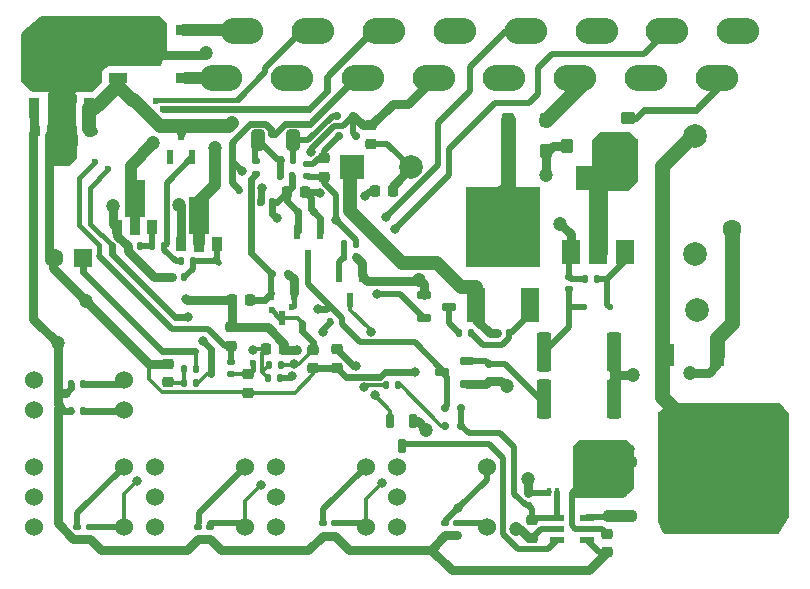
<source format=gbr>
%TF.GenerationSoftware,KiCad,Pcbnew,7.0.2*%
%TF.CreationDate,2024-12-05T18:12:45+09:00*%
%TF.ProjectId,YZ_CDI_PROT_V1,595a5f43-4449-45f5-9052-4f545f56312e,rev?*%
%TF.SameCoordinates,Original*%
%TF.FileFunction,Copper,L2,Bot*%
%TF.FilePolarity,Positive*%
%FSLAX46Y46*%
G04 Gerber Fmt 4.6, Leading zero omitted, Abs format (unit mm)*
G04 Created by KiCad (PCBNEW 7.0.2) date 2024-12-05 18:12:45*
%MOMM*%
%LPD*%
G01*
G04 APERTURE LIST*
G04 Aperture macros list*
%AMRoundRect*
0 Rectangle with rounded corners*
0 $1 Rounding radius*
0 $2 $3 $4 $5 $6 $7 $8 $9 X,Y pos of 4 corners*
0 Add a 4 corners polygon primitive as box body*
4,1,4,$2,$3,$4,$5,$6,$7,$8,$9,$2,$3,0*
0 Add four circle primitives for the rounded corners*
1,1,$1+$1,$2,$3*
1,1,$1+$1,$4,$5*
1,1,$1+$1,$6,$7*
1,1,$1+$1,$8,$9*
0 Add four rect primitives between the rounded corners*
20,1,$1+$1,$2,$3,$4,$5,0*
20,1,$1+$1,$4,$5,$6,$7,0*
20,1,$1+$1,$6,$7,$8,$9,0*
20,1,$1+$1,$8,$9,$2,$3,0*%
%AMFreePoly0*
4,1,9,3.862500,-0.866500,0.737500,-0.866500,0.737500,-0.450000,-0.737500,-0.450000,-0.737500,0.450000,0.737500,0.450000,0.737500,0.866500,3.862500,0.866500,3.862500,-0.866500,3.862500,-0.866500,$1*%
G04 Aperture macros list end*
%TA.AperFunction,ComponentPad*%
%ADD10C,2.000000*%
%TD*%
%TA.AperFunction,ComponentPad*%
%ADD11O,3.600000X2.200000*%
%TD*%
%TA.AperFunction,ComponentPad*%
%ADD12C,1.524000*%
%TD*%
%TA.AperFunction,ComponentPad*%
%ADD13R,2.000000X2.000000*%
%TD*%
%TA.AperFunction,ComponentPad*%
%ADD14R,1.600000X1.600000*%
%TD*%
%TA.AperFunction,ComponentPad*%
%ADD15C,1.600000*%
%TD*%
%TA.AperFunction,SMDPad,CuDef*%
%ADD16R,1.500000X3.000000*%
%TD*%
%TA.AperFunction,SMDPad,CuDef*%
%ADD17R,6.250000X6.800000*%
%TD*%
%TA.AperFunction,SMDPad,CuDef*%
%ADD18R,0.600000X1.300000*%
%TD*%
%TA.AperFunction,SMDPad,CuDef*%
%ADD19RoundRect,0.135000X0.185000X-0.135000X0.185000X0.135000X-0.185000X0.135000X-0.185000X-0.135000X0*%
%TD*%
%TA.AperFunction,SMDPad,CuDef*%
%ADD20RoundRect,0.135000X-0.185000X0.135000X-0.185000X-0.135000X0.185000X-0.135000X0.185000X0.135000X0*%
%TD*%
%TA.AperFunction,SMDPad,CuDef*%
%ADD21R,0.900000X1.300000*%
%TD*%
%TA.AperFunction,SMDPad,CuDef*%
%ADD22FreePoly0,90.000000*%
%TD*%
%TA.AperFunction,SMDPad,CuDef*%
%ADD23RoundRect,0.225000X0.225000X0.250000X-0.225000X0.250000X-0.225000X-0.250000X0.225000X-0.250000X0*%
%TD*%
%TA.AperFunction,SMDPad,CuDef*%
%ADD24RoundRect,0.135000X0.135000X0.185000X-0.135000X0.185000X-0.135000X-0.185000X0.135000X-0.185000X0*%
%TD*%
%TA.AperFunction,SMDPad,CuDef*%
%ADD25RoundRect,0.225000X-0.250000X0.225000X-0.250000X-0.225000X0.250000X-0.225000X0.250000X0.225000X0*%
%TD*%
%TA.AperFunction,SMDPad,CuDef*%
%ADD26RoundRect,0.073750X-0.531250X-0.221250X0.531250X-0.221250X0.531250X0.221250X-0.531250X0.221250X0*%
%TD*%
%TA.AperFunction,SMDPad,CuDef*%
%ADD27RoundRect,0.225000X-0.225000X-0.250000X0.225000X-0.250000X0.225000X0.250000X-0.225000X0.250000X0*%
%TD*%
%TA.AperFunction,SMDPad,CuDef*%
%ADD28RoundRect,0.135000X-0.135000X-0.185000X0.135000X-0.185000X0.135000X0.185000X-0.135000X0.185000X0*%
%TD*%
%TA.AperFunction,SMDPad,CuDef*%
%ADD29RoundRect,0.240000X1.175000X-0.240000X1.175000X0.240000X-1.175000X0.240000X-1.175000X-0.240000X0*%
%TD*%
%TA.AperFunction,SMDPad,CuDef*%
%ADD30RoundRect,0.281500X2.768500X-2.533500X2.768500X2.533500X-2.768500X2.533500X-2.768500X-2.533500X0*%
%TD*%
%TA.AperFunction,SMDPad,CuDef*%
%ADD31RoundRect,0.250000X0.362500X1.425000X-0.362500X1.425000X-0.362500X-1.425000X0.362500X-1.425000X0*%
%TD*%
%TA.AperFunction,SMDPad,CuDef*%
%ADD32R,0.950000X1.750000*%
%TD*%
%TA.AperFunction,SMDPad,CuDef*%
%ADD33R,3.200000X1.750000*%
%TD*%
%TA.AperFunction,SMDPad,CuDef*%
%ADD34R,0.400000X0.700000*%
%TD*%
%TA.AperFunction,SMDPad,CuDef*%
%ADD35RoundRect,0.150000X0.150000X0.200000X-0.150000X0.200000X-0.150000X-0.200000X0.150000X-0.200000X0*%
%TD*%
%TA.AperFunction,SMDPad,CuDef*%
%ADD36RoundRect,0.125000X-0.125000X-0.125000X0.125000X-0.125000X0.125000X0.125000X-0.125000X0.125000X0*%
%TD*%
%TA.AperFunction,SMDPad,CuDef*%
%ADD37RoundRect,0.227273X0.272727X0.397727X-0.272727X0.397727X-0.272727X-0.397727X0.272727X-0.397727X0*%
%TD*%
%TA.AperFunction,SMDPad,CuDef*%
%ADD38RoundRect,0.075000X0.540000X0.225000X-0.540000X0.225000X-0.540000X-0.225000X0.540000X-0.225000X0*%
%TD*%
%TA.AperFunction,SMDPad,CuDef*%
%ADD39R,1.500000X0.900000*%
%TD*%
%TA.AperFunction,SMDPad,CuDef*%
%ADD40RoundRect,0.075000X-0.540000X-0.225000X0.540000X-0.225000X0.540000X0.225000X-0.540000X0.225000X0*%
%TD*%
%TA.AperFunction,SMDPad,CuDef*%
%ADD41RoundRect,0.150000X-0.150000X-0.200000X0.150000X-0.200000X0.150000X0.200000X-0.150000X0.200000X0*%
%TD*%
%TA.AperFunction,SMDPad,CuDef*%
%ADD42RoundRect,0.225000X0.250000X-0.225000X0.250000X0.225000X-0.250000X0.225000X-0.250000X-0.225000X0*%
%TD*%
%TA.AperFunction,SMDPad,CuDef*%
%ADD43RoundRect,0.075000X-0.225000X0.540000X-0.225000X-0.540000X0.225000X-0.540000X0.225000X0.540000X0*%
%TD*%
%TA.AperFunction,SMDPad,CuDef*%
%ADD44R,1.170000X1.920000*%
%TD*%
%TA.AperFunction,SMDPad,CuDef*%
%ADD45RoundRect,0.150000X0.200000X-0.150000X0.200000X0.150000X-0.200000X0.150000X-0.200000X-0.150000X0*%
%TD*%
%TA.AperFunction,SMDPad,CuDef*%
%ADD46RoundRect,0.227273X-0.272727X-0.397727X0.272727X-0.397727X0.272727X0.397727X-0.272727X0.397727X0*%
%TD*%
%TA.AperFunction,SMDPad,CuDef*%
%ADD47RoundRect,0.227273X-0.397727X0.272727X-0.397727X-0.272727X0.397727X-0.272727X0.397727X0.272727X0*%
%TD*%
%TA.AperFunction,SMDPad,CuDef*%
%ADD48R,1.500000X2.000000*%
%TD*%
%TA.AperFunction,SMDPad,CuDef*%
%ADD49R,3.800000X2.000000*%
%TD*%
%TA.AperFunction,SMDPad,CuDef*%
%ADD50RoundRect,0.250000X0.325000X0.650000X-0.325000X0.650000X-0.325000X-0.650000X0.325000X-0.650000X0*%
%TD*%
%TA.AperFunction,ViaPad*%
%ADD51C,0.800000*%
%TD*%
%TA.AperFunction,ViaPad*%
%ADD52C,1.200000*%
%TD*%
%TA.AperFunction,ViaPad*%
%ADD53C,0.600000*%
%TD*%
%TA.AperFunction,ViaPad*%
%ADD54C,1.600000*%
%TD*%
%TA.AperFunction,Conductor*%
%ADD55C,0.500000*%
%TD*%
%TA.AperFunction,Conductor*%
%ADD56C,0.800000*%
%TD*%
%TA.AperFunction,Conductor*%
%ADD57C,1.200000*%
%TD*%
%TA.AperFunction,Conductor*%
%ADD58C,0.600000*%
%TD*%
%TA.AperFunction,Conductor*%
%ADD59C,0.350000*%
%TD*%
%TA.AperFunction,Conductor*%
%ADD60C,1.300000*%
%TD*%
%TA.AperFunction,Conductor*%
%ADD61C,1.000000*%
%TD*%
%TA.AperFunction,Conductor*%
%ADD62C,1.600000*%
%TD*%
%TA.AperFunction,Conductor*%
%ADD63C,0.400000*%
%TD*%
G04 APERTURE END LIST*
D10*
%TO.P,C51,1*%
%TO.N,/OR*%
X-3300000Y63850000D03*
%TO.P,C51,2*%
%TO.N,/CAP+*%
X-3300000Y53850000D03*
%TD*%
%TO.P,C50,1*%
%TO.N,/OR*%
X-3500000Y68650000D03*
%TO.P,C50,2*%
%TO.N,/CAP+*%
X-3500000Y78650000D03*
%TD*%
D11*
%TO.P,CN1,1,BW_KILL*%
%TO.N,/BW*%
X-1600000Y83500000D03*
%TO.P,CN1,2,BR_CHG1*%
%TO.N,/BR*%
X-7600000Y83500000D03*
%TO.P,CN1,3,R_SOL*%
%TO.N,/R*%
X-13600000Y83500000D03*
%TO.P,CN1,4,B_GND*%
%TO.N,GND*%
X-19600000Y83500000D03*
%TO.P,CN1,5,WL_PU*%
%TO.N,/WL*%
X-25600000Y83500000D03*
%TO.P,CN1,6,L_TPS_REF+*%
%TO.N,+5V*%
X-31600000Y83500000D03*
%TO.P,CN1,7,BL_TPS_GND*%
%TO.N,GND*%
X-37600000Y83500000D03*
%TO.P,CN1,8,GL_CHG2-*%
%TO.N,/GL*%
X-43600000Y83500000D03*
%TO.P,CN1,9,GW_CHG2-*%
%TO.N,/GW*%
X-41800000Y87500000D03*
%TO.P,CN1,10,Y_TPS_IN*%
%TO.N,/Y*%
X-35800000Y87500000D03*
%TO.P,CN1,11,Vpp*%
%TO.N,/VPP*%
X-29800000Y87500000D03*
%TO.P,CN1,12,WR_PU_GND*%
%TO.N,GND*%
X-23800000Y87500000D03*
%TO.P,CN1,13,PGD*%
%TO.N,/PGD*%
X-17800000Y87500000D03*
%TO.P,CN1,14,SB_NW_SW*%
%TO.N,unconnected-(CN1-SB_NW_SW-Pad14)*%
X-11800000Y87500000D03*
%TO.P,CN1,15,PGC*%
%TO.N,/PGC*%
X-5800000Y87500000D03*
%TO.P,CN1,16,OR_IG*%
%TO.N,/OR*%
X200000Y87500000D03*
%TD*%
D12*
%TO.P,SW2,1,1*%
%TO.N,Net-(IC1-RC6)*%
X-41600000Y50580000D03*
%TO.P,SW2,2,2*%
%TO.N,Net-(IC1-RC7)*%
X-41600000Y45500000D03*
%TO.P,SW2,3,COMMON*%
%TO.N,GND*%
X-49220000Y48040000D03*
%TO.P,SW2,4,4*%
%TO.N,unconnected-(SW2-Pad4)*%
X-49220000Y50580000D03*
%TO.P,SW2,8,8*%
%TO.N,unconnected-(SW2-Pad8)*%
X-49220000Y45500000D03*
%TD*%
%TO.P,SW1,1,1*%
%TO.N,Net-(IC1-RC4)*%
X-51800000Y50630000D03*
%TO.P,SW1,2,2*%
%TO.N,Net-(IC1-RC3)*%
X-51800000Y45550000D03*
%TO.P,SW1,3,COMMON*%
%TO.N,GND*%
X-59420000Y48090000D03*
%TO.P,SW1,4,4*%
%TO.N,unconnected-(SW1-Pad4)*%
X-59420000Y50630000D03*
%TO.P,SW1,8,8*%
%TO.N,unconnected-(SW1-Pad8)*%
X-59420000Y45550000D03*
%TD*%
%TO.P,SW5,1*%
%TO.N,/PWJ_SEL*%
X-51790000Y55430000D03*
%TO.P,SW5,2*%
%TO.N,/REV_LIMIT_SEL*%
X-51790000Y57970000D03*
%TO.P,SW5,3*%
%TO.N,GND*%
X-59410000Y57970000D03*
%TO.P,SW5,4*%
X-59410000Y55430000D03*
%TD*%
%TO.P,SW3,1,1*%
%TO.N,Net-(IC1-RB7)*%
X-31350000Y50630000D03*
%TO.P,SW3,2,2*%
%TO.N,Net-(IC1-RB6)*%
X-31350000Y45550000D03*
%TO.P,SW3,3,COMMON*%
%TO.N,GND*%
X-38970000Y48090000D03*
%TO.P,SW3,4,4*%
%TO.N,unconnected-(SW3-Pad4)*%
X-38970000Y50630000D03*
%TO.P,SW3,8,8*%
%TO.N,unconnected-(SW3-Pad8)*%
X-38970000Y45550000D03*
%TD*%
D13*
%TO.P,C10,1*%
%TO.N,+12V*%
X-32500000Y75950000D03*
D10*
%TO.P,C10,2*%
%TO.N,GND*%
X-27500000Y75950000D03*
%TD*%
D14*
%TO.P,C21,1*%
%TO.N,+5V*%
X-55250000Y68300000D03*
D15*
%TO.P,C21,2*%
%TO.N,GND*%
X-57750000Y68300000D03*
%TD*%
D12*
%TO.P,SW4,1,1*%
%TO.N,Net-(IC1-RB5)*%
X-21100000Y50630000D03*
%TO.P,SW4,2,2*%
%TO.N,Net-(IC1-RB4)*%
X-21100000Y45550000D03*
%TO.P,SW4,3,COMMON*%
%TO.N,GND*%
X-28720000Y48090000D03*
%TO.P,SW4,4,4*%
%TO.N,unconnected-(SW4-Pad4)*%
X-28720000Y50630000D03*
%TO.P,SW4,8,8*%
%TO.N,unconnected-(SW4-Pad8)*%
X-28720000Y45550000D03*
%TD*%
D16*
%TO.P,TR12,1,G*%
%TO.N,Net-(TR12-G)*%
X-17415000Y64350000D03*
%TO.P,TR12,3,S*%
%TO.N,+12V*%
X-21985000Y64350000D03*
D17*
%TO.P,TR12,4,D*%
%TO.N,Net-(D16-K)*%
X-19700000Y70950000D03*
%TD*%
D18*
%TO.P,TR3,1,B*%
%TO.N,Net-(TR3-B)*%
X-33600000Y66850000D03*
%TO.P,TR3,2,E*%
%TO.N,GND*%
X-31700000Y66850000D03*
%TO.P,TR3,3,C*%
%TO.N,/MCU_PU1IN*%
X-32650000Y64750000D03*
%TD*%
D19*
%TO.P,R16,1*%
%TO.N,Net-(D10-K)*%
X-17600000Y47340000D03*
%TO.P,R16,2*%
%TO.N,GND*%
X-17600000Y48360000D03*
%TD*%
D20*
%TO.P,R38,1*%
%TO.N,Net-(IC1-RB7)*%
X-34950000Y45810000D03*
%TO.P,R38,2*%
%TO.N,+5V*%
X-34950000Y44790000D03*
%TD*%
D21*
%TO.P,Q1,1,G*%
%TO.N,Net-(Q1-G)*%
X-43950000Y69500000D03*
D22*
%TO.P,Q1,2,D*%
%TO.N,/GL*%
X-45450000Y69587500D03*
D21*
%TO.P,Q1,3,S*%
%TO.N,GND*%
X-46950000Y69500000D03*
%TD*%
D23*
%TO.P,C8,1*%
%TO.N,+12V*%
X-54650000Y79050000D03*
%TO.P,C8,2*%
%TO.N,GND*%
X-56200000Y79050000D03*
%TD*%
D24*
%TO.P,R7,1*%
%TO.N,Net-(D9-A)*%
X-37490000Y76550000D03*
%TO.P,R7,2*%
%TO.N,Net-(C1-Pad2)*%
X-38510000Y76550000D03*
%TD*%
D25*
%TO.P,C6,1*%
%TO.N,/MCU_TPSIN*%
X-41300000Y58425000D03*
%TO.P,C6,2*%
%TO.N,GND*%
X-41300000Y56875000D03*
%TD*%
D26*
%TO.P,IC3,1,EN*%
%TO.N,Net-(IC3-EN)*%
X-15155000Y44400000D03*
%TO.P,IC3,2,GND*%
%TO.N,GND*%
X-15155000Y45350000D03*
%TO.P,IC3,3,IN+*%
%TO.N,Net-(D10-K)*%
X-15155000Y46300000D03*
%TO.P,IC3,4,OUT*%
%TO.N,Net-(IC3-OUT)*%
X-12645000Y46300000D03*
%TO.P,IC3,5,VDD*%
%TO.N,+5V*%
X-12645000Y44400000D03*
%TD*%
D19*
%TO.P,R33,1*%
%TO.N,+5V*%
X-44550000Y44510000D03*
%TO.P,R33,2*%
%TO.N,Net-(IC1-RC7)*%
X-44550000Y45530000D03*
%TD*%
D25*
%TO.P,C43,1*%
%TO.N,/WL*%
X-30900000Y79525000D03*
%TO.P,C43,2*%
%TO.N,GND*%
X-30900000Y77975000D03*
%TD*%
D27*
%TO.P,C18,1*%
%TO.N,Net-(C18-Pad1)*%
X-30575000Y73950000D03*
%TO.P,C18,2*%
%TO.N,GND*%
X-29025000Y73950000D03*
%TD*%
D28*
%TO.P,R61,1*%
%TO.N,Net-(DZ2-A)*%
X-47020000Y68000000D03*
%TO.P,R61,2*%
%TO.N,Net-(Q1-G)*%
X-46000000Y68000000D03*
%TD*%
%TO.P,R9,1*%
%TO.N,Net-(C1-Pad2)*%
X-38620000Y75250000D03*
%TO.P,R9,2*%
%TO.N,Net-(D14-K)*%
X-37600000Y75250000D03*
%TD*%
D29*
%TO.P,Q3,1,G*%
%TO.N,Net-(IC3-OUT)*%
X-9840000Y46464000D03*
D30*
%TO.P,Q3,2,D*%
%TO.N,/CAP+*%
X-3190000Y48750000D03*
D29*
%TO.P,Q3,3,S*%
%TO.N,GND*%
X-9840000Y51036000D03*
%TD*%
D31*
%TO.P,R1,1*%
%TO.N,/CHG*%
X-10300000Y60350000D03*
%TO.P,R1,2*%
%TO.N,Net-(D15-K)*%
X-16225000Y60350000D03*
%TD*%
D25*
%TO.P,C5,1*%
%TO.N,Net-(D5-K)*%
X-34900000Y76725000D03*
%TO.P,C5,2*%
%TO.N,Net-(C18-Pad1)*%
X-34900000Y75175000D03*
%TD*%
D28*
%TO.P,R8,1*%
%TO.N,+5V*%
X-40260000Y73050000D03*
%TO.P,R8,2*%
%TO.N,Net-(D14-K)*%
X-39240000Y73050000D03*
%TD*%
%TO.P,R18,1*%
%TO.N,+5V*%
X-34410000Y62850000D03*
%TO.P,R18,2*%
%TO.N,Net-(D10-A)*%
X-33390000Y62850000D03*
%TD*%
D24*
%TO.P,R62,1*%
%TO.N,Net-(DZ2-A)*%
X-48390000Y69300000D03*
%TO.P,R62,2*%
%TO.N,Net-(Q2-G)*%
X-49410000Y69300000D03*
%TD*%
D28*
%TO.P,R23,1*%
%TO.N,+5V*%
X-39510000Y59250000D03*
%TO.P,R23,2*%
%TO.N,/MCU_PU2IN*%
X-38490000Y59250000D03*
%TD*%
D24*
%TO.P,R12,1*%
%TO.N,+5V*%
X-45690000Y58900000D03*
%TO.P,R12,2*%
%TO.N,Net-(C4-Pad1)*%
X-46710000Y58900000D03*
%TD*%
D32*
%TO.P,IC2,1,IN*%
%TO.N,+12V*%
X-54800000Y81000000D03*
%TO.P,IC2,2,GND_1*%
%TO.N,GND*%
X-57100000Y81000000D03*
%TO.P,IC2,3,OUT*%
%TO.N,+5V*%
X-59400000Y81000000D03*
D33*
%TO.P,IC2,4,GND_2*%
%TO.N,GND*%
X-57100000Y87300000D03*
%TD*%
D34*
%TO.P,D12,1,1*%
%TO.N,GND*%
X-15850000Y48450000D03*
%TO.P,D12,2,2*%
%TO.N,Net-(D10-K)*%
X-15150000Y48450000D03*
%TD*%
D20*
%TO.P,R6,1*%
%TO.N,Net-(C1-Pad2)*%
X-40600000Y76460000D03*
%TO.P,R6,2*%
%TO.N,Net-(D13-K)*%
X-40600000Y75440000D03*
%TD*%
D35*
%TO.P,D14,1,K*%
%TO.N,Net-(D14-K)*%
X-37100000Y72150000D03*
%TO.P,D14,2,A*%
%TO.N,GND*%
X-35700000Y72150000D03*
%TD*%
D19*
%TO.P,R35,1*%
%TO.N,+5V*%
X-23600000Y44800000D03*
%TO.P,R35,2*%
%TO.N,Net-(IC1-RB4)*%
X-23600000Y45820000D03*
%TD*%
D25*
%TO.P,C9,1*%
%TO.N,Net-(D10-K)*%
X-17300000Y46125000D03*
%TO.P,C9,2*%
%TO.N,GND*%
X-17300000Y44575000D03*
%TD*%
D36*
%TO.P,D15,1,K*%
%TO.N,Net-(D15-K)*%
X-12900000Y64150000D03*
%TO.P,D15,2,A*%
%TO.N,Net-(D15-A)*%
X-10700000Y64150000D03*
%TD*%
D35*
%TO.P,D13,1,K*%
%TO.N,Net-(D13-K)*%
X-39300000Y66950000D03*
%TO.P,D13,2,A*%
%TO.N,GND*%
X-37900000Y66950000D03*
%TD*%
D24*
%TO.P,R3,1*%
%TO.N,Net-(Q1-G)*%
X-46740000Y66650000D03*
%TO.P,R3,2*%
%TO.N,GND*%
X-47760000Y66650000D03*
%TD*%
D27*
%TO.P,C3,1*%
%TO.N,+5V*%
X-39775000Y60550000D03*
%TO.P,C3,2*%
%TO.N,GND*%
X-38225000Y60550000D03*
%TD*%
D28*
%TO.P,R5,1*%
%TO.N,+5V*%
X-42060000Y74050000D03*
%TO.P,R5,2*%
%TO.N,Net-(D13-K)*%
X-41040000Y74050000D03*
%TD*%
D37*
%TO.P,D17,1,K*%
%TO.N,/R*%
X-16080000Y79950000D03*
%TO.P,D17,2,A*%
%TO.N,Net-(D16-K)*%
X-19320000Y79950000D03*
%TD*%
D28*
%TO.P,R40,1*%
%TO.N,+5V*%
X-56310000Y55350000D03*
%TO.P,R40,2*%
%TO.N,/PWJ_SEL*%
X-55290000Y55350000D03*
%TD*%
D24*
%TO.P,R13,1*%
%TO.N,Net-(D15-A)*%
X-11790000Y66550000D03*
%TO.P,R13,2*%
%TO.N,GND*%
X-12810000Y66550000D03*
%TD*%
D38*
%TO.P,TR7,1,B*%
%TO.N,Net-(D8-K)*%
X-22730000Y59550000D03*
%TO.P,TR7,2,E*%
%TO.N,GND*%
X-22730000Y57650000D03*
%TO.P,TR7,3,C*%
%TO.N,Net-(D10-A)*%
X-24850000Y58600000D03*
%TD*%
D20*
%TO.P,R37,1*%
%TO.N,Net-(IC1-RC6)*%
X-45550000Y45520000D03*
%TO.P,R37,2*%
%TO.N,+5V*%
X-45550000Y44500000D03*
%TD*%
D24*
%TO.P,R15,1*%
%TO.N,Net-(TR12-G)*%
X-22390000Y61900000D03*
%TO.P,R15,2*%
%TO.N,Net-(TR1-C)*%
X-23410000Y61900000D03*
%TD*%
D35*
%TO.P,D5,1,K*%
%TO.N,Net-(D5-K)*%
X-33600000Y78650000D03*
%TO.P,D5,2,A*%
%TO.N,/WL*%
X-32200000Y78650000D03*
%TD*%
D25*
%TO.P,C13,1*%
%TO.N,/MCU_PU2IN*%
X-35800000Y60525000D03*
%TO.P,C13,2*%
%TO.N,GND*%
X-35800000Y58975000D03*
%TD*%
D39*
%TO.P,D6,+*%
%TO.N,+12V*%
X-52360000Y83500000D03*
%TO.P,D6,-*%
%TO.N,GND*%
X-52360000Y87600000D03*
%TO.P,D6,AC1*%
%TO.N,/GL*%
X-46640000Y83500000D03*
%TO.P,D6,AC2*%
%TO.N,/GW*%
X-46640000Y87600000D03*
%TD*%
D23*
%TO.P,C11,1*%
%TO.N,Net-(D13-K)*%
X-41125000Y64750000D03*
%TO.P,C11,2*%
%TO.N,GND*%
X-42675000Y64750000D03*
%TD*%
D40*
%TO.P,TR1,1,B*%
%TO.N,/PGD*%
X-26410000Y63212500D03*
%TO.P,TR1,2,E*%
%TO.N,GND*%
X-26410000Y65112500D03*
%TO.P,TR1,3,C*%
%TO.N,Net-(TR1-C)*%
X-24290000Y64162500D03*
%TD*%
D27*
%TO.P,C12,1*%
%TO.N,Net-(D14-K)*%
X-38050000Y73850000D03*
%TO.P,C12,2*%
%TO.N,GND*%
X-36500000Y73850000D03*
%TD*%
%TO.P,C14,1*%
%TO.N,+5V*%
X-59375000Y79050000D03*
%TO.P,C14,2*%
%TO.N,GND*%
X-57825000Y79050000D03*
%TD*%
D41*
%TO.P,D10,1,K*%
%TO.N,Net-(D10-K)*%
X-23250000Y55600000D03*
%TO.P,D10,2,A*%
%TO.N,Net-(D10-A)*%
X-24650000Y55600000D03*
%TD*%
D42*
%TO.P,C4,1*%
%TO.N,Net-(C4-Pad1)*%
X-48100000Y57775000D03*
%TO.P,C4,2*%
%TO.N,GND*%
X-48100000Y59325000D03*
%TD*%
D43*
%TO.P,TR2,1,B*%
%TO.N,/MCU_PU2DISABLE*%
X-29250000Y54460000D03*
%TO.P,TR2,2,E*%
%TO.N,GND*%
X-27350000Y54460000D03*
%TO.P,TR2,3,C*%
%TO.N,Net-(IC3-EN)*%
X-28300000Y52340000D03*
%TD*%
D44*
%TO.P,D2,A*%
%TO.N,/CHG*%
X-1575000Y60050000D03*
%TO.P,D2,C*%
%TO.N,/CAP+*%
X-5825000Y60050000D03*
%TD*%
D28*
%TO.P,R14,1*%
%TO.N,Net-(C4-Pad1)*%
X-46710000Y57700000D03*
%TO.P,R14,2*%
%TO.N,/VPP*%
X-45690000Y57700000D03*
%TD*%
D20*
%TO.P,R39,1*%
%TO.N,Net-(IC1-RB5)*%
X-24600000Y45820000D03*
%TO.P,R39,2*%
%TO.N,+5V*%
X-24600000Y44800000D03*
%TD*%
D18*
%TO.P,TR6,1,B*%
%TO.N,Net-(D14-K)*%
X-37150000Y70500000D03*
%TO.P,TR6,2,E*%
%TO.N,GND*%
X-35250000Y70500000D03*
%TO.P,TR6,3,C*%
%TO.N,Net-(D10-A)*%
X-36200000Y68400000D03*
%TD*%
D19*
%TO.P,R2,1*%
%TO.N,Net-(D15-K)*%
X-14100000Y65640000D03*
%TO.P,R2,2*%
%TO.N,GND*%
X-14100000Y66660000D03*
%TD*%
D24*
%TO.P,R4,1*%
%TO.N,Net-(Q2-G)*%
X-50490000Y69300000D03*
%TO.P,R4,2*%
%TO.N,GND*%
X-51510000Y69300000D03*
%TD*%
D21*
%TO.P,Q2,1,G*%
%TO.N,Net-(Q2-G)*%
X-49400000Y70900000D03*
D22*
%TO.P,Q2,2,D*%
%TO.N,/GW*%
X-50900000Y70987500D03*
D21*
%TO.P,Q2,3,S*%
%TO.N,GND*%
X-52400000Y70900000D03*
%TD*%
D45*
%TO.P,D8,1,K*%
%TO.N,Net-(D8-K)*%
X-20900000Y59300000D03*
%TO.P,D8,2,A*%
%TO.N,GND*%
X-20900000Y57900000D03*
%TD*%
D42*
%TO.P,C2,1*%
%TO.N,+5V*%
X-10900000Y43375000D03*
%TO.P,C2,2*%
%TO.N,GND*%
X-10900000Y44925000D03*
%TD*%
D46*
%TO.P,D16,1,K*%
%TO.N,Net-(D16-K)*%
X-19320000Y77350000D03*
%TO.P,D16,2,A*%
%TO.N,GND*%
X-16080000Y77350000D03*
%TD*%
D41*
%TO.P,D9,1,K*%
%TO.N,/WL*%
X-32400000Y80350000D03*
%TO.P,D9,2,A*%
%TO.N,Net-(D9-A)*%
X-33800000Y80350000D03*
%TD*%
D28*
%TO.P,R27,1*%
%TO.N,/MCU_IGOUT*%
X-29660000Y57500000D03*
%TO.P,R27,2*%
%TO.N,Net-(D7-A)*%
X-28640000Y57500000D03*
%TD*%
D19*
%TO.P,R19,1*%
%TO.N,/MCU_TPSIN*%
X-42750000Y58450000D03*
%TO.P,R19,2*%
%TO.N,/Y*%
X-42750000Y59470000D03*
%TD*%
D20*
%TO.P,R36,1*%
%TO.N,Net-(IC1-RC4)*%
X-55750000Y45550000D03*
%TO.P,R36,2*%
%TO.N,+5V*%
X-55750000Y44530000D03*
%TD*%
D41*
%TO.P,D7,1,K*%
%TO.N,Net-(D10-K)*%
X-23250000Y54100000D03*
%TO.P,D7,2,A*%
%TO.N,Net-(D7-A)*%
X-24650000Y54100000D03*
%TD*%
D18*
%TO.P,DZ2,1,A*%
%TO.N,Net-(DZ2-A)*%
X-46050000Y76800000D03*
%TO.P,DZ2,2,NON*%
%TO.N,unconnected-(DZ2-NON-Pad2)*%
X-47950000Y76800000D03*
%TO.P,DZ2,3,K*%
%TO.N,+12V*%
X-47000000Y78900000D03*
%TD*%
D28*
%TO.P,R31,1*%
%TO.N,+5V*%
X-39610000Y58150000D03*
%TO.P,R31,2*%
%TO.N,/MCU_PU1IN*%
X-38590000Y58150000D03*
%TD*%
D24*
%TO.P,R20,1*%
%TO.N,Net-(C18-Pad1)*%
X-32190000Y69450000D03*
%TO.P,R20,2*%
%TO.N,Net-(TR3-B)*%
X-33210000Y69450000D03*
%TD*%
D47*
%TO.P,D3,1,K*%
%TO.N,/BW*%
X-9100000Y80170000D03*
%TO.P,D3,2,A*%
%TO.N,/CHG*%
X-9100000Y76930000D03*
%TD*%
D25*
%TO.P,C17,1*%
%TO.N,/MCU_PU1IN*%
X-33800000Y60550000D03*
%TO.P,C17,2*%
%TO.N,GND*%
X-33800000Y59000000D03*
%TD*%
D31*
%TO.P,R22,1*%
%TO.N,/CHG*%
X-10300000Y56350000D03*
%TO.P,R22,2*%
%TO.N,Net-(D8-K)*%
X-16225000Y56350000D03*
%TD*%
D48*
%TO.P,Q4,1,G*%
%TO.N,Net-(D15-A)*%
X-9400000Y68800000D03*
%TO.P,Q4,2,D*%
%TO.N,/CHG*%
X-11700000Y68800000D03*
D49*
X-11700000Y75100000D03*
D48*
%TO.P,Q4,3,S*%
%TO.N,GND*%
X-14000000Y68800000D03*
%TD*%
D28*
%TO.P,R17,1*%
%TO.N,+12V*%
X-20210000Y61900000D03*
%TO.P,R17,2*%
%TO.N,Net-(TR12-G)*%
X-19190000Y61900000D03*
%TD*%
D18*
%TO.P,TR5,1,B*%
%TO.N,Net-(D13-K)*%
X-39350000Y65300000D03*
%TO.P,TR5,2,E*%
%TO.N,GND*%
X-37450000Y65300000D03*
%TO.P,TR5,3,C*%
%TO.N,/MCU_PU2IN*%
X-38400000Y63200000D03*
%TD*%
D24*
%TO.P,R24,1*%
%TO.N,GND*%
X-32190000Y68350000D03*
%TO.P,R24,2*%
%TO.N,Net-(TR3-B)*%
X-33210000Y68350000D03*
%TD*%
D50*
%TO.P,C1,1*%
%TO.N,Net-(D9-A)*%
X-37525000Y78250000D03*
%TO.P,C1,2*%
%TO.N,Net-(C1-Pad2)*%
X-40475000Y78250000D03*
%TD*%
D24*
%TO.P,R41,1*%
%TO.N,/REV_LIMIT_SEL*%
X-55290000Y57600000D03*
%TO.P,R41,2*%
%TO.N,+5V*%
X-56310000Y57600000D03*
%TD*%
D20*
%TO.P,R11,1*%
%TO.N,Net-(D5-K)*%
X-36300000Y76260000D03*
%TO.P,R11,2*%
%TO.N,Net-(C18-Pad1)*%
X-36300000Y75240000D03*
%TD*%
D19*
%TO.P,R34,1*%
%TO.N,+5V*%
X-33950000Y44790000D03*
%TO.P,R34,2*%
%TO.N,Net-(IC1-RB6)*%
X-33950000Y45810000D03*
%TD*%
D37*
%TO.P,D4,1,K*%
%TO.N,/CHG*%
X-11080000Y77750000D03*
%TO.P,D4,2,A*%
%TO.N,GND*%
X-14320000Y77750000D03*
%TD*%
D42*
%TO.P,C7,1*%
%TO.N,/Y*%
X-42750000Y60875000D03*
%TO.P,C7,2*%
%TO.N,GND*%
X-42750000Y62425000D03*
%TD*%
D19*
%TO.P,R32,1*%
%TO.N,+5V*%
X-54700000Y44530000D03*
%TO.P,R32,2*%
%TO.N,Net-(IC1-RC3)*%
X-54700000Y45550000D03*
%TD*%
D51*
%TO.N,/WL*%
X-35951469Y77301887D03*
D52*
%TO.N,+12V*%
X-42700000Y79700000D03*
D51*
%TO.N,+5V*%
X-41850000Y75650000D03*
D53*
X-45800002Y60450000D03*
D52*
X-57410000Y61060000D03*
D51*
X-40100000Y74250000D03*
X-35000000Y62050000D03*
X-40875001Y60524999D03*
D53*
%TO.N,/CAP+*%
X2900000Y46350000D03*
X3700000Y49850000D03*
X3700000Y51850000D03*
X2900000Y54350000D03*
X500000Y45850000D03*
X3700000Y50850000D03*
X2100000Y48850000D03*
X500000Y51850000D03*
X500000Y48850000D03*
X-1300000Y54550000D03*
X3700000Y52850000D03*
X2100000Y45850000D03*
X3700000Y45850000D03*
X1300000Y53350000D03*
X-1300000Y55550000D03*
X2100000Y46850000D03*
X500000Y50850000D03*
X3700000Y48850000D03*
X2100000Y49850000D03*
X2900000Y53350000D03*
X500000Y46850000D03*
X2900000Y49350000D03*
X2900000Y50350000D03*
X-500000Y52050000D03*
X3700000Y46850000D03*
X500000Y52850000D03*
X-2100000Y55050000D03*
X1300000Y47350000D03*
X1300000Y46350000D03*
X500000Y47850000D03*
X2100000Y47850000D03*
X2900000Y48350000D03*
X-1300000Y53550000D03*
X500000Y49850000D03*
X1300000Y51350000D03*
X-500000Y55050000D03*
X1300000Y49350000D03*
X2900000Y52350000D03*
X3700000Y47850000D03*
X-2100000Y52050000D03*
X1300000Y54350000D03*
X2900000Y47350000D03*
X-500000Y54050000D03*
X2900000Y45350000D03*
X1300000Y55350000D03*
X3700000Y54850000D03*
X2900000Y51350000D03*
X500000Y54850000D03*
X500000Y53850000D03*
X-2100000Y53050000D03*
X2100000Y51850000D03*
X2100000Y52850000D03*
X1300000Y48350000D03*
X-1300000Y52550000D03*
X2100000Y54850000D03*
X1300000Y50350000D03*
X2900000Y55350000D03*
X2100000Y50850000D03*
X-500000Y53050000D03*
X3700000Y53850000D03*
X2100000Y53850000D03*
X1300000Y52350000D03*
X1300000Y45350000D03*
D52*
%TO.N,/GL*%
X-44100001Y77599999D03*
%TO.N,/GW*%
X-49350000Y78000000D03*
D54*
%TO.N,/CHG*%
X-300000Y70750000D03*
D52*
X-9000000Y75350000D03*
X-3900000Y58550000D03*
X-8700001Y58350001D03*
%TO.N,GND*%
X-52700000Y72650000D03*
X-59100000Y84150000D03*
X-26800000Y66450002D03*
D51*
X-9100000Y49150000D03*
X-11100000Y52150000D03*
D52*
X-17600000Y49550000D03*
D51*
X-35200000Y73750000D03*
X-10100000Y49150000D03*
D52*
X-47116000Y72750000D03*
X-44850000Y85650000D03*
D51*
X-12100000Y49150000D03*
X-27200000Y58650000D03*
X-13100000Y49150000D03*
X-11600000Y48350000D03*
D52*
X-18620494Y45354006D03*
X-19400000Y57450000D03*
D53*
X-39650000Y62450000D03*
D52*
X-55000000Y64650000D03*
D51*
X-11100000Y49150000D03*
X-9600000Y48350000D03*
X-13100000Y50150000D03*
D53*
X-37550000Y64100000D03*
D52*
X-16100000Y75350000D03*
X-14900000Y71200000D03*
D51*
X-10600000Y49950000D03*
X-13100000Y52150000D03*
X-12100000Y51150000D03*
X-12100000Y50150000D03*
D52*
X-26200000Y53750000D03*
D51*
X-10000000Y52150000D03*
X-10600000Y48350000D03*
D52*
X-26800000Y66450000D03*
D51*
X-13100000Y51150000D03*
X-37200000Y60525000D03*
X-46600000Y64850000D03*
X-9000000Y52150000D03*
X-9600000Y49950000D03*
X-12100000Y52150000D03*
X-49700000Y88150000D03*
%TO.N,Net-(C18-Pad1)*%
X-31400000Y73550500D03*
X-33850000Y71500000D03*
%TO.N,Net-(D10-A)*%
X-35400000Y63950000D03*
%TO.N,/MCU_IGOUT*%
X-31472067Y57350500D03*
D53*
%TO.N,/VPP*%
X-48541592Y80882430D03*
X-53150000Y75800000D03*
D51*
X-46394086Y63305414D03*
D53*
X-44450000Y58500000D03*
D51*
X-45100000Y61250000D03*
%TO.N,/PGC*%
X-28900000Y70750000D03*
%TO.N,/PGD*%
X-29600000Y71750000D03*
X-30400000Y65250000D03*
D53*
%TO.N,/MCU_TPSIN*%
X-40899999Y59399999D03*
%TO.N,/Y*%
X-49100000Y81600000D03*
X-54300000Y76400000D03*
D51*
%TO.N,/MCU_PU2DISABLE*%
X-30600000Y56650000D03*
%TO.N,Net-(IC1-RC7)*%
X-40250000Y49050000D03*
%TO.N,Net-(IC1-RB6)*%
X-30000000Y49250000D03*
%TO.N,Net-(IC1-RB5)*%
X-23500000Y47130000D03*
%TO.N,Net-(IC1-RC3)*%
X-50700000Y49400000D03*
%TO.N,/MCU_PU1IN*%
X-37610155Y58260155D03*
X-32207533Y59149500D03*
X-30900000Y62050000D03*
D53*
%TO.N,/MCU_PU2IN*%
X-39300000Y63850000D03*
D51*
X-37400000Y59350000D03*
%TO.N,Net-(D14-K)*%
X-38850000Y71650000D03*
%TD*%
D55*
%TO.N,/WL*%
X-32400000Y80350000D02*
X-33300000Y79450000D01*
D56*
X-30900000Y79525000D02*
X-31575000Y79525000D01*
D55*
X-32400000Y80350000D02*
X-32400000Y78850000D01*
D56*
X-27750000Y81350000D02*
X-25600000Y83500000D01*
D55*
X-34020136Y79450000D02*
X-35951469Y77518667D01*
X-33300000Y79450000D02*
X-34020136Y79450000D01*
D56*
X-31575000Y79525000D02*
X-32400000Y80350000D01*
X-29075000Y81350000D02*
X-27750000Y81350000D01*
X-30900000Y79525000D02*
X-29075000Y81350000D01*
D55*
X-32400000Y78850000D02*
X-32200000Y78650000D01*
X-35951469Y77518667D02*
X-35951469Y77301887D01*
D57*
%TO.N,+12V*%
X-46650000Y79450000D02*
X-42950000Y79450000D01*
X-54250000Y81000000D02*
X-52360000Y82890000D01*
D56*
X-54800000Y81000000D02*
X-54250000Y81000000D01*
D57*
X-32700000Y72250000D02*
X-32700000Y75350000D01*
D56*
X-20210000Y61900000D02*
X-20850000Y61900000D01*
D57*
X-23285000Y65835000D02*
X-25300000Y67850000D01*
X-28300000Y67850000D02*
X-32700000Y72250000D01*
X-32700000Y75350000D02*
X-32100000Y75950000D01*
D56*
X-54800000Y79200000D02*
X-54650000Y79050000D01*
D57*
X-42950000Y79450000D02*
X-42700000Y79700000D01*
X-48750000Y79450000D02*
X-46650000Y79450000D01*
D56*
X-20850000Y61900000D02*
X-21985000Y63035000D01*
X-47000000Y78900000D02*
X-47000000Y79100000D01*
X-47000000Y79100000D02*
X-46650000Y79450000D01*
X-52360000Y82890000D02*
X-52360000Y83500000D01*
D57*
X-25300000Y67850000D02*
X-28300000Y67850000D01*
X-21985000Y65835000D02*
X-23285000Y65835000D01*
X-51000000Y81700000D02*
X-48750000Y79450000D01*
D56*
X-21985000Y64350000D02*
X-21985000Y65835000D01*
D57*
X-51170000Y81700000D02*
X-51000000Y81700000D01*
X-52360000Y82890000D02*
X-51170000Y81700000D01*
X-54800000Y81000000D02*
X-54800000Y79200000D01*
D56*
X-21985000Y63035000D02*
X-21985000Y64350000D01*
X-54650000Y79050000D02*
X-54400000Y79050000D01*
%TO.N,+5V*%
X-36190000Y43550000D02*
X-34950000Y44790000D01*
D58*
X-42700000Y74690000D02*
X-42060000Y74050000D01*
D56*
X-32760000Y43600000D02*
X-25800000Y43600000D01*
X-25800000Y43600000D02*
X-24050000Y41850000D01*
X-24600000Y44800000D02*
X-23600000Y44800000D01*
D59*
X-45690000Y58900000D02*
X-45690000Y60339998D01*
D56*
X-57410000Y61060000D02*
X-59500000Y63150000D01*
X-34950000Y44790000D02*
X-33950000Y44790000D01*
D58*
X-39400000Y78800499D02*
X-39400000Y79210660D01*
D56*
X-24050000Y41850000D02*
X-12425000Y41850000D01*
D59*
X-40100000Y60225000D02*
X-39775000Y60550000D01*
X-39775000Y60550000D02*
X-40750000Y60550000D01*
D56*
X-57360000Y56850000D02*
X-57410000Y56900000D01*
X-12425000Y41850000D02*
X-10900000Y43375000D01*
X-57410000Y56800000D02*
X-57410000Y55900000D01*
D58*
X-36069335Y79650000D02*
X-38160660Y79650000D01*
D56*
X-57410000Y56800000D02*
X-57410000Y56900000D01*
X-54700000Y44530000D02*
X-55750000Y44530000D01*
D58*
X-42700000Y76550000D02*
X-42700000Y76500000D01*
X-42700000Y78060660D02*
X-42700000Y76550000D01*
D56*
X-59500000Y63150000D02*
X-59500000Y74332380D01*
X-57410000Y55600000D02*
X-57410000Y45850553D01*
X-57410000Y45850553D02*
X-56089447Y44530000D01*
X-56089447Y44530000D02*
X-55750000Y44530000D01*
D59*
X-40750000Y60550000D02*
X-40775001Y60524999D01*
D58*
X-40230000Y74120000D02*
X-40230000Y73050000D01*
D59*
X-40100000Y58650000D02*
X-40100000Y60225000D01*
D56*
X-57260000Y55750000D02*
X-57410000Y55600000D01*
X-45550000Y44500000D02*
X-44560000Y44500000D01*
D58*
X-42700000Y76550000D02*
X-42700000Y74690000D01*
D59*
X-39510000Y59240000D02*
X-40100000Y58650000D01*
D56*
X-53720000Y43550000D02*
X-46500000Y43550000D01*
X-54700000Y44530000D02*
X-53720000Y43550000D01*
D55*
X-11620000Y43375000D02*
X-12645000Y44400000D01*
D59*
X-40775001Y60524999D02*
X-40875001Y60524999D01*
D56*
X-57410000Y55900000D02*
X-57260000Y55750000D01*
D58*
X-48600000Y60450000D02*
X-45800002Y60450000D01*
D56*
X-59400000Y81000000D02*
X-59400000Y79075000D01*
D58*
X-55250000Y68300000D02*
X-55250000Y67100000D01*
D56*
X-56710000Y56850000D02*
X-57360000Y56850000D01*
D58*
X-42455330Y78305330D02*
X-42700000Y78060660D01*
D56*
X-33950000Y44790000D02*
X-32760000Y43600000D01*
X-57410000Y56900000D02*
X-57410000Y61060000D01*
X-59517620Y78907380D02*
X-59517620Y74350000D01*
D58*
X-55250000Y67100000D02*
X-48600000Y60450000D01*
X-56310000Y57600000D02*
X-56310000Y57250000D01*
X-56310000Y55350000D02*
X-56860000Y55350000D01*
X-40100000Y74250000D02*
X-40230000Y74120000D01*
D56*
X-46500000Y43550000D02*
X-45550000Y44500000D01*
D58*
X-42700000Y76500000D02*
X-41850000Y75650000D01*
D59*
X-45690000Y60339998D02*
X-45800002Y60450000D01*
D58*
X-56860000Y55350000D02*
X-57260000Y55750000D01*
X-35000000Y62260000D02*
X-35000000Y62050000D01*
D59*
X-39610000Y58150000D02*
X-40100000Y58640000D01*
X-40100000Y58640000D02*
X-40100000Y58650000D01*
D58*
X-39010161Y78800499D02*
X-39400000Y78800499D01*
D56*
X-43590000Y43550000D02*
X-36190000Y43550000D01*
X-44550000Y44510000D02*
X-43590000Y43550000D01*
X-59500000Y74332380D02*
X-59517620Y74350000D01*
D58*
X-41110660Y79650000D02*
X-42455330Y78305330D01*
D55*
X-10900000Y43375000D02*
X-11620000Y43375000D01*
D58*
X-39839340Y79650000D02*
X-41110660Y79650000D01*
X-38160660Y79650000D02*
X-39010161Y78800499D01*
X-32219335Y83500000D02*
X-36069335Y79650000D01*
D56*
X-25800000Y43600000D02*
X-24600000Y44800000D01*
X-44560000Y44500000D02*
X-44550000Y44510000D01*
D58*
X-34410000Y62850000D02*
X-35000000Y62260000D01*
X-39400000Y79210660D02*
X-39839340Y79650000D01*
X-56310000Y57250000D02*
X-56710000Y56850000D01*
D56*
X-59375000Y79050000D02*
X-59517620Y78907380D01*
D60*
%TO.N,/CAP+*%
X-3400000Y48650000D02*
X-3400000Y53642500D01*
X-6300000Y76042500D02*
X-6300000Y56542500D01*
X-6300000Y56542500D02*
X-3550000Y53792500D01*
X-3550000Y78792500D02*
X-6300000Y76042500D01*
D58*
%TO.N,/BW*%
X-8480000Y80170000D02*
X-9100000Y80170000D01*
X-3400000Y80850000D02*
X-7800000Y80850000D01*
X-7800000Y80850000D02*
X-8480000Y80170000D01*
X-500000Y83750000D02*
X-3400000Y80850000D01*
D61*
%TO.N,/GL*%
X-45450000Y69587500D02*
X-45450000Y73100000D01*
X-45450000Y73100000D02*
X-44100000Y74450000D01*
X-44100000Y74450000D02*
X-44100001Y77599999D01*
X-43650000Y83550000D02*
X-46590000Y83550000D01*
%TO.N,/GW*%
X-41850000Y87550000D02*
X-46690000Y87550000D01*
X-51250000Y72487500D02*
X-51250000Y76100000D01*
X-51250000Y76100000D02*
X-49350000Y78000000D01*
D60*
%TO.N,/CHG*%
X-1575000Y60050000D02*
X-1575000Y61475000D01*
D58*
X-11080000Y75787500D02*
X-11080000Y77750000D01*
D62*
X-11700000Y75100000D02*
X-11700000Y68800000D01*
D56*
X-10300000Y58150000D02*
X-10300000Y56750000D01*
D60*
X-300000Y62750000D02*
X-300000Y70750000D01*
D56*
X-10300000Y60750000D02*
X-10300000Y58150000D01*
X-1575000Y59275000D02*
X-2300000Y58550000D01*
X-10300000Y58150000D02*
X-10100000Y58350000D01*
D60*
X-1575000Y61475000D02*
X-300000Y62750000D01*
D56*
X-10100000Y58350000D02*
X-8700001Y58350001D01*
X-1575000Y60050000D02*
X-1575000Y59275000D01*
X-2300000Y58550000D02*
X-3900000Y58550000D01*
D58*
X-11080000Y77750000D02*
X-10260000Y76930000D01*
X-10260000Y76930000D02*
X-9100000Y76930000D01*
D55*
%TO.N,Net-(IC3-OUT)*%
X-12581000Y46364000D02*
X-12645000Y46300000D01*
X-10050000Y46364000D02*
X-12581000Y46364000D01*
D58*
%TO.N,GND*%
X-36000000Y72450000D02*
X-35700000Y72150000D01*
D56*
X-45000000Y85500000D02*
X-44850000Y85650000D01*
X-46950000Y72584000D02*
X-47116000Y72750000D01*
X-32190000Y68350000D02*
X-31700000Y67860000D01*
D58*
X-35300000Y73850000D02*
X-35200000Y73750000D01*
D56*
X-57825000Y79050000D02*
X-58150000Y78725000D01*
X-20900000Y57900000D02*
X-21200000Y57600000D01*
D58*
X-33050000Y58250000D02*
X-30128026Y58250000D01*
D55*
X-29525000Y77975000D02*
X-27500000Y75950000D01*
D58*
X-30128026Y58250000D02*
X-29728026Y58650000D01*
D56*
X-56925000Y79775000D02*
X-56200000Y79050000D01*
X-57100000Y81000000D02*
X-57100000Y79775000D01*
X-57750000Y68300000D02*
X-57800000Y68250000D01*
D55*
X-14100000Y66660000D02*
X-14100000Y68700000D01*
X-13990000Y66550000D02*
X-14100000Y66660000D01*
X-13600000Y45350000D02*
X-13900000Y45650000D01*
D56*
X-31200000Y66350000D02*
X-26900002Y66350000D01*
X-52700000Y71200000D02*
X-52400000Y70900000D01*
X-20900000Y57900000D02*
X-19850000Y57900000D01*
D55*
X-11325000Y45350000D02*
X-13600000Y45350000D01*
D56*
X-57100000Y79775000D02*
X-57825000Y79050000D01*
X-52700000Y72650000D02*
X-52700000Y71200000D01*
D58*
X-35250000Y70500000D02*
X-35250000Y71700000D01*
D56*
X-15482500Y77750000D02*
X-14320000Y77750000D01*
D59*
X-49675000Y58025000D02*
X-49675000Y59325000D01*
D56*
X-11514000Y50936000D02*
X-10050000Y50936000D01*
X-19850000Y57900000D02*
X-19400000Y57450000D01*
D58*
X-36500000Y73850000D02*
X-35300000Y73850000D01*
D56*
X-38225000Y61025000D02*
X-38225000Y60550000D01*
X-51510000Y69300000D02*
X-52400000Y70190000D01*
D58*
X-36500000Y73850000D02*
X-36000000Y73350000D01*
D56*
X-27350000Y54460000D02*
X-26910000Y54460000D01*
X-57800000Y68250000D02*
X-57800000Y67450000D01*
X-16080000Y77350000D02*
X-15882500Y77350000D01*
D55*
X-15940000Y48360000D02*
X-15850000Y48450000D01*
X-12810000Y66550000D02*
X-13990000Y66550000D01*
D56*
X-18307224Y45354006D02*
X-17528218Y44575000D01*
X-16080000Y77350000D02*
X-16080000Y75370000D01*
X-18620494Y45354006D02*
X-18307224Y45354006D01*
D58*
X-33800000Y59000000D02*
X-35775000Y59000000D01*
D56*
X-47760000Y66650000D02*
X-49250000Y66650000D01*
D55*
X-17300000Y44575000D02*
X-16525000Y45350000D01*
D56*
X-42675000Y64750000D02*
X-46500000Y64750000D01*
X-14000000Y68800000D02*
X-14000000Y70300000D01*
D58*
X-29728026Y58650000D02*
X-27200000Y58650000D01*
D56*
X-26900002Y66350000D02*
X-26800000Y66450002D01*
X-50660000Y85500000D02*
X-45000000Y85500000D01*
X-55000000Y64650000D02*
X-49675000Y59325000D01*
X-39650000Y62450000D02*
X-38225000Y61025000D01*
X-29025000Y73950000D02*
X-29025000Y74425000D01*
D63*
X-37450000Y64200000D02*
X-37550000Y64100000D01*
D56*
X-42675000Y64750000D02*
X-42675000Y62500000D01*
X-57800000Y67450000D02*
X-55000000Y64650000D01*
X-46500000Y64750000D02*
X-46600000Y64850000D01*
X-15882500Y77350000D02*
X-15482500Y77750000D01*
D59*
X-41300000Y56875000D02*
X-37375000Y56875000D01*
D56*
X-52400000Y70190000D02*
X-52400000Y70900000D01*
X-21200000Y57600000D02*
X-22680000Y57600000D01*
D58*
X-33800000Y59000000D02*
X-33050000Y58250000D01*
D56*
X-37450000Y66500000D02*
X-37450000Y65300000D01*
X-17528218Y44575000D02*
X-17300000Y44575000D01*
X-38200000Y60525000D02*
X-37200000Y60525000D01*
D59*
X-48600000Y56950000D02*
X-49675000Y58025000D01*
D60*
X-10050000Y50936000D02*
X-10486000Y50936000D01*
D56*
X-17600000Y48360000D02*
X-17600000Y49550000D01*
X-16080000Y75370000D02*
X-16100000Y75350000D01*
X-46950000Y69500000D02*
X-46950000Y72584000D01*
X-22680000Y57600000D02*
X-22730000Y57650000D01*
X-58150000Y78725000D02*
X-58150000Y68700000D01*
D55*
X-10900000Y44925000D02*
X-11325000Y45350000D01*
D58*
X-35250000Y71700000D02*
X-35700000Y72150000D01*
D56*
X-58150000Y68700000D02*
X-57750000Y68300000D01*
X-52560000Y87400000D02*
X-50660000Y85500000D01*
D59*
X-41375000Y56950000D02*
X-48600000Y56950000D01*
D55*
X-13900000Y48350000D02*
X-13100000Y49150000D01*
X-13900000Y45650000D02*
X-13900000Y48350000D01*
D56*
X-51510000Y68910000D02*
X-51510000Y69300000D01*
X-49250000Y66650000D02*
X-51510000Y68910000D01*
X-13350000Y49100000D02*
X-11514000Y50936000D01*
X-14000000Y70300000D02*
X-14900000Y71200000D01*
D55*
X-17600000Y48360000D02*
X-15940000Y48360000D01*
D56*
X-42675000Y62500000D02*
X-42725000Y62450000D01*
X-29025000Y74425000D02*
X-27500000Y75950000D01*
D63*
X-37450000Y65300000D02*
X-37450000Y64200000D01*
D56*
X-49675000Y59325000D02*
X-48100000Y59325000D01*
X-31700000Y66850000D02*
X-31200000Y66350000D01*
X-42725000Y62450000D02*
X-39650000Y62450000D01*
X-26910000Y54460000D02*
X-26200000Y53750000D01*
X-31700000Y67860000D02*
X-31700000Y66850000D01*
X-26410000Y65112500D02*
X-26410000Y66060000D01*
D59*
X-35800000Y58450000D02*
X-35800000Y58975000D01*
D55*
X-16525000Y45350000D02*
X-15155000Y45350000D01*
D59*
X-37375000Y56875000D02*
X-35800000Y58450000D01*
D56*
X-26410000Y66060000D02*
X-26800000Y66450000D01*
D58*
X-36000000Y73350000D02*
X-36000000Y72450000D01*
D56*
X-37900000Y66950000D02*
X-37450000Y66500000D01*
X-57100000Y79775000D02*
X-56925000Y79775000D01*
D55*
X-30900000Y77975000D02*
X-29525000Y77975000D01*
D60*
%TO.N,/R*%
X-12500000Y83530000D02*
X-16080000Y79950000D01*
D55*
%TO.N,Net-(DZ2-A)*%
X-48200000Y69490000D02*
X-48390000Y69300000D01*
X-46050000Y76800000D02*
X-48200000Y74650000D01*
X-48390000Y68940000D02*
X-48390000Y69300000D01*
X-47450000Y68000000D02*
X-48390000Y68940000D01*
X-48200000Y74650000D02*
X-48200000Y69490000D01*
X-47020000Y68000000D02*
X-47450000Y68000000D01*
%TO.N,Net-(D9-A)*%
X-37525000Y78250000D02*
X-37525000Y76585000D01*
X-34109380Y80350000D02*
X-33800000Y80350000D01*
X-36209380Y78250000D02*
X-34109380Y80350000D01*
X-37525000Y76585000D02*
X-37490000Y76550000D01*
X-37525000Y78250000D02*
X-36209380Y78250000D01*
D58*
%TO.N,Net-(C1-Pad2)*%
X-38620000Y76440000D02*
X-38510000Y76550000D01*
D55*
X-38510000Y76341342D02*
X-38510000Y76550000D01*
X-38775000Y76550000D02*
X-40475000Y78250000D01*
D58*
X-38620000Y75250000D02*
X-38620000Y76440000D01*
D55*
X-40700000Y76560000D02*
X-40600000Y76460000D01*
X-40700000Y78025000D02*
X-40700000Y76560000D01*
X-38510000Y76550000D02*
X-38775000Y76550000D01*
%TO.N,Net-(D5-K)*%
X-34900000Y76725000D02*
X-34900000Y77350000D01*
X-36300000Y76260000D02*
X-35790000Y76260000D01*
X-35325000Y76725000D02*
X-34900000Y76725000D01*
X-34900000Y77350000D02*
X-33600000Y78650000D01*
X-35790000Y76260000D02*
X-35325000Y76725000D01*
D60*
%TO.N,Net-(D16-K)*%
X-19320000Y79950000D02*
X-19320000Y77350000D01*
X-19320000Y74330000D02*
X-20200000Y73450000D01*
X-19320000Y77350000D02*
X-19320000Y74330000D01*
D55*
%TO.N,Net-(Q1-G)*%
X-43950000Y69500000D02*
X-43950000Y68250000D01*
X-46000000Y68000000D02*
X-46000000Y67390000D01*
X-43950000Y68060000D02*
X-43740000Y67850000D01*
X-46000000Y68000000D02*
X-44200000Y68000000D01*
X-44200000Y68000000D02*
X-43950000Y68250000D01*
X-43950000Y68250000D02*
X-43950000Y68060000D01*
X-46000000Y67390000D02*
X-46740000Y66650000D01*
%TO.N,Net-(Q2-G)*%
X-49410000Y70890000D02*
X-49400000Y70900000D01*
X-50490000Y69300000D02*
X-49410000Y69300000D01*
X-49410000Y69300000D02*
X-49410000Y70890000D01*
%TO.N,Net-(D8-K)*%
X-19550000Y59300000D02*
X-16600000Y56350000D01*
X-21150000Y59550000D02*
X-20900000Y59300000D01*
X-20900000Y59300000D02*
X-19550000Y59300000D01*
X-16600000Y56350000D02*
X-16225000Y56350000D01*
X-22730000Y59550000D02*
X-21150000Y59550000D01*
%TO.N,Net-(C18-Pad1)*%
X-34900000Y75175000D02*
X-34900000Y74651375D01*
X-32190000Y69840000D02*
X-33850000Y71500000D01*
X-34900000Y75175000D02*
X-36235000Y75175000D01*
X-30575000Y73950000D02*
X-31000500Y73950000D01*
X-36235000Y75175000D02*
X-36300000Y75240000D01*
X-33850000Y73601375D02*
X-33850000Y71500000D01*
X-31000500Y73950000D02*
X-31400000Y73550500D01*
X-32190000Y69450000D02*
X-32190000Y69840000D01*
X-34900000Y74651375D02*
X-33850000Y73601375D01*
%TO.N,Net-(D10-K)*%
X-17600000Y47340000D02*
X-17800000Y47340000D01*
X-15150000Y48450000D02*
X-15150000Y46305000D01*
X-18800000Y48340000D02*
X-18800000Y52250000D01*
X-17800000Y47340000D02*
X-18800000Y48340000D01*
X-22600000Y53450000D02*
X-23250000Y54100000D01*
X-17300000Y46125000D02*
X-17300000Y47040000D01*
X-20000000Y53450000D02*
X-22600000Y53450000D01*
X-23250000Y54100000D02*
X-23250000Y55600000D01*
X-17300000Y47040000D02*
X-17600000Y47340000D01*
X-18800000Y52250000D02*
X-20000000Y53450000D01*
X-15155000Y46300000D02*
X-17450000Y46300000D01*
%TO.N,Net-(D10-A)*%
X-33390000Y62740000D02*
X-33350000Y62700000D01*
X-24850000Y58600000D02*
X-24850000Y58800000D01*
X-33350000Y63200000D02*
X-34400000Y64250000D01*
X-33390000Y62850000D02*
X-33390000Y62740000D01*
X-24850000Y58600000D02*
X-24500000Y58250000D01*
D58*
X-35400000Y63950000D02*
X-34700000Y63950000D01*
D55*
X-27200000Y61150000D02*
X-31800000Y61150000D01*
X-33350000Y62700000D02*
X-33350000Y63200000D01*
X-31800000Y61150000D02*
X-33350000Y62700000D01*
X-24500000Y58250000D02*
X-24500000Y55750000D01*
X-36200000Y66050000D02*
X-36200000Y68400000D01*
D58*
X-34700000Y63950000D02*
X-34400000Y64250000D01*
D55*
X-34400000Y64250000D02*
X-36200000Y66050000D01*
X-24500000Y55750000D02*
X-24650000Y55600000D01*
X-24850000Y58800000D02*
X-27200000Y61150000D01*
D59*
%TO.N,/MCU_IGOUT*%
X-29660000Y57500000D02*
X-31322567Y57500000D01*
X-31322567Y57500000D02*
X-31472067Y57350500D01*
%TO.N,Net-(C4-Pad1)*%
X-46710000Y57700000D02*
X-48025000Y57700000D01*
X-46710000Y58900000D02*
X-46710000Y57700000D01*
D58*
%TO.N,/VPP*%
X-36167570Y80882430D02*
X-48541592Y80882430D01*
D63*
X-52849998Y69350000D02*
X-54700000Y71200002D01*
D58*
X-46394086Y63305414D02*
X-47505414Y63305414D01*
X-52849998Y68649998D02*
X-52849998Y69350000D01*
D63*
X-54700000Y71200002D02*
X-54700000Y74250000D01*
D59*
X-44750000Y58500000D02*
X-44450000Y58500000D01*
D58*
X-47505414Y63305414D02*
X-52849998Y68649998D01*
X-34649501Y83650499D02*
X-34649501Y82400499D01*
D59*
X-45550000Y57700000D02*
X-44750000Y58500000D01*
D58*
X-30800000Y87500000D02*
X-34649501Y83650499D01*
X-34649501Y82400499D02*
X-36167570Y80882430D01*
D59*
X-45690000Y57700000D02*
X-45550000Y57700000D01*
D58*
X-45100000Y61250000D02*
X-44450000Y60600000D01*
X-44450000Y60600000D02*
X-44450000Y58500000D01*
D63*
X-54700000Y74250000D02*
X-53150000Y75800000D01*
D55*
%TO.N,/PGC*%
X-17500000Y81450000D02*
X-20400000Y81450000D01*
X-7750000Y85550000D02*
X-15585157Y85550000D01*
X-16800000Y84335157D02*
X-16800000Y82150000D01*
X-24300000Y75350000D02*
X-28900000Y70750000D01*
X-20400000Y81450000D02*
X-24300000Y77550000D01*
X-5800000Y87500000D02*
X-7750000Y85550000D01*
X-15585157Y85550000D02*
X-16800000Y84335157D01*
X-24300000Y77550000D02*
X-24300000Y75350000D01*
X-16800000Y82150000D02*
X-17500000Y81450000D01*
%TO.N,/PGD*%
X-19450000Y87500000D02*
X-22500000Y84450000D01*
X-28447500Y65250000D02*
X-30400000Y65250000D01*
X-17800000Y87500000D02*
X-19450000Y87500000D01*
X-22500000Y82450000D02*
X-25200000Y79750000D01*
X-26410000Y63212500D02*
X-28447500Y65250000D01*
X-25200000Y76150000D02*
X-29600000Y71750000D01*
X-25200000Y79750000D02*
X-25200000Y76150000D01*
X-22500000Y84450000D02*
X-22500000Y82450000D01*
D59*
%TO.N,/MCU_TPSIN*%
X-41300000Y58425000D02*
X-42725000Y58425000D01*
D63*
X-41300000Y58425000D02*
X-40900000Y58825000D01*
X-40900000Y58825000D02*
X-40899999Y59399999D01*
D55*
%TO.N,/Y*%
X-43299750Y60875000D02*
X-42750000Y60875000D01*
X-39850000Y84357969D02*
X-39850000Y84050000D01*
D63*
X-55600000Y71050000D02*
X-55600000Y75100000D01*
X-55600000Y75100000D02*
X-54300000Y76400000D01*
X-49000000Y81700000D02*
X-49100000Y81600000D01*
D55*
X-39850000Y84050000D02*
X-42200000Y81700000D01*
X-47712625Y62262625D02*
X-44687375Y62262625D01*
D63*
X-53900000Y69350000D02*
X-55600000Y71050000D01*
D55*
X-42750000Y60875000D02*
X-42750000Y59470000D01*
X-36707969Y87500000D02*
X-39850000Y84357969D01*
D63*
X-53900000Y68450000D02*
X-53900000Y69350000D01*
X-42200000Y81700000D02*
X-49000000Y81700000D01*
D55*
X-53900000Y68450000D02*
X-47712625Y62262625D01*
X-44687375Y62262625D02*
X-43299750Y60875000D01*
%TO.N,Net-(TR12-G)*%
X-19800000Y60900000D02*
X-19190000Y61510000D01*
X-19190000Y61900000D02*
X-19050000Y61900000D01*
X-19050000Y61900000D02*
X-17415000Y63535000D01*
X-22390000Y61900000D02*
X-21390000Y60900000D01*
X-19190000Y61510000D02*
X-19190000Y61900000D01*
X-21390000Y60900000D02*
X-19800000Y60900000D01*
D59*
%TO.N,/MCU_PU2DISABLE*%
X-29250000Y55300000D02*
X-29250000Y54460000D01*
X-30600000Y56650000D02*
X-29250000Y55300000D01*
D55*
%TO.N,Net-(IC1-RC7)*%
X-41970000Y45870000D02*
X-44500000Y45870000D01*
X-41600000Y45500000D02*
X-41970000Y45870000D01*
D59*
X-41600000Y47700000D02*
X-41600000Y45500000D01*
X-40250000Y49050000D02*
X-41600000Y47700000D01*
D55*
%TO.N,Net-(IC1-RB7)*%
X-34950000Y45810000D02*
X-34950000Y47030000D01*
X-34950000Y47030000D02*
X-31350000Y50630000D01*
D59*
%TO.N,Net-(IC1-RB6)*%
X-31350000Y47900000D02*
X-31350000Y45550000D01*
D55*
X-31610000Y45810000D02*
X-33950000Y45810000D01*
D59*
X-30000000Y49250000D02*
X-31350000Y47900000D01*
D55*
%TO.N,Net-(IC1-RB5)*%
X-21100000Y49530000D02*
X-23500000Y47130000D01*
X-24600000Y46030000D02*
X-23500000Y47130000D01*
X-21100000Y50630000D02*
X-21100000Y49530000D01*
X-24600000Y45820000D02*
X-24600000Y46030000D01*
%TO.N,Net-(IC1-RB4)*%
X-23600000Y45820000D02*
X-21370000Y45820000D01*
%TO.N,Net-(IC1-RC4)*%
X-55750000Y46680000D02*
X-51800000Y50630000D01*
X-55750000Y45550000D02*
X-55750000Y46680000D01*
D59*
%TO.N,Net-(IC1-RC3)*%
X-50700000Y49400000D02*
X-51800000Y48300000D01*
D55*
X-54700000Y45550000D02*
X-51800000Y45550000D01*
D59*
X-51800000Y48300000D02*
X-51800000Y45550000D01*
D55*
%TO.N,Net-(IC1-RC6)*%
X-45500000Y45860000D02*
X-45500000Y46680000D01*
X-45500000Y46680000D02*
X-41600000Y50580000D01*
D58*
%TO.N,/PWJ_SEL*%
X-55290000Y55350000D02*
X-51870000Y55350000D01*
%TO.N,/REV_LIMIT_SEL*%
X-52160000Y57600000D02*
X-51790000Y57970000D01*
X-55290000Y57600000D02*
X-52160000Y57600000D01*
D55*
%TO.N,/MCU_PU1IN*%
X-38590000Y58150000D02*
X-37720310Y58150000D01*
D58*
X-32399500Y59149500D02*
X-32207533Y59149500D01*
D59*
X-31000000Y62150000D02*
X-30900000Y62050000D01*
X-32650000Y63900000D02*
X-31000000Y62250000D01*
D58*
X-33800000Y60550000D02*
X-32399500Y59149500D01*
D59*
X-32650000Y64750000D02*
X-32650000Y63900000D01*
X-31000000Y62250000D02*
X-31000000Y62150000D01*
D55*
X-37720310Y58150000D02*
X-37610155Y58260155D01*
D59*
%TO.N,/MCU_PU2IN*%
X-38490000Y59250000D02*
X-37500000Y59250000D01*
X-37100000Y63200000D02*
X-36725000Y62825000D01*
D58*
X-36725000Y62075000D02*
X-36725000Y62825000D01*
X-35800000Y61150000D02*
X-36725000Y62075000D01*
D59*
X-38400000Y63200000D02*
X-37100000Y63200000D01*
X-35800000Y60525000D02*
X-36975000Y59350000D01*
D58*
X-35800000Y60525000D02*
X-35800000Y61150000D01*
D59*
X-37500000Y59250000D02*
X-37400000Y59350000D01*
X-36975000Y59350000D02*
X-37400000Y59350000D01*
D63*
X-38400000Y63200000D02*
X-38650000Y63200000D01*
X-38650000Y63200000D02*
X-39300000Y63850000D01*
D58*
%TO.N,Net-(D13-K)*%
X-41040000Y73621974D02*
X-41030000Y73611974D01*
X-41030000Y73611974D02*
X-41030000Y68680000D01*
D55*
X-39350000Y66900000D02*
X-39350000Y65300000D01*
D58*
X-39900000Y64750000D02*
X-39350000Y65300000D01*
X-41040000Y75000000D02*
X-40600000Y75440000D01*
X-41040000Y74050000D02*
X-41040000Y73621974D01*
X-41040000Y74050000D02*
X-41040000Y75000000D01*
X-41125000Y64750000D02*
X-39900000Y64750000D01*
X-41030000Y68680000D02*
X-39300000Y66950000D01*
%TO.N,Net-(D14-K)*%
X-39240000Y72040000D02*
X-38850000Y71650000D01*
X-39240000Y73050000D02*
X-39240000Y72040000D01*
X-39240000Y73050000D02*
X-38850000Y73050000D01*
X-38050000Y73100000D02*
X-37100000Y72150000D01*
X-38050000Y73850000D02*
X-37600000Y74300000D01*
X-37100000Y70550000D02*
X-37150000Y70500000D01*
X-37100000Y72150000D02*
X-37100000Y70550000D01*
X-38050000Y73850000D02*
X-38050000Y73100000D01*
X-37600000Y74300000D02*
X-37600000Y75250000D01*
X-38850000Y73050000D02*
X-38050000Y73850000D01*
D55*
%TO.N,Net-(IC3-EN)*%
X-15155000Y44400000D02*
X-15880000Y43675000D01*
X-19750000Y51350000D02*
X-20900000Y52500000D01*
X-20900000Y52500000D02*
X-28140000Y52500000D01*
X-18475000Y43675000D02*
X-19750000Y44950000D01*
X-28140000Y52500000D02*
X-28300000Y52340000D01*
X-15880000Y43675000D02*
X-18475000Y43675000D01*
X-19750000Y44950000D02*
X-19750000Y51350000D01*
%TO.N,Net-(D15-A)*%
X-10700000Y64150000D02*
X-10900000Y64350000D01*
X-10900000Y64350000D02*
X-10900000Y66550000D01*
X-11790000Y66550000D02*
X-10900000Y66550000D01*
X-10900000Y66550000D02*
X-9400000Y68050000D01*
%TO.N,Net-(TR1-C)*%
X-24290000Y62780000D02*
X-23410000Y61900000D01*
X-24290000Y64162500D02*
X-24290000Y62780000D01*
%TO.N,Net-(D15-K)*%
X-12900000Y64150000D02*
X-14100000Y64150000D01*
X-14100000Y64150000D02*
X-14100000Y65640000D01*
X-14100000Y62475000D02*
X-14100000Y64150000D01*
X-16225000Y60350000D02*
X-14100000Y62475000D01*
%TO.N,Net-(TR3-B)*%
X-33210000Y68350000D02*
X-33600000Y67960000D01*
X-33210000Y69450000D02*
X-33210000Y68350000D01*
X-33600000Y67960000D02*
X-33600000Y66850000D01*
D59*
%TO.N,Net-(D7-A)*%
X-25000000Y54100000D02*
X-28400000Y57500000D01*
X-24650000Y54100000D02*
X-25000000Y54100000D01*
X-28400000Y57500000D02*
X-28640000Y57500000D01*
%TD*%
%TA.AperFunction,Conductor*%
%TO.N,/CHG*%
G36*
X-8978832Y78930315D02*
G01*
X-8965173Y78920148D01*
X-8343302Y78387116D01*
X-8305212Y78328542D01*
X-8300000Y78292968D01*
X-8300000Y74801362D01*
X-8319685Y74734323D01*
X-8336319Y74713681D01*
X-9063681Y73986319D01*
X-9125004Y73952834D01*
X-9151362Y73950000D01*
X-11165655Y73950000D01*
X-11229451Y73967671D01*
X-12139798Y74513879D01*
X-12187156Y74565250D01*
X-12200000Y74620208D01*
X-12200000Y78198639D01*
X-12180315Y78265678D01*
X-12163686Y78286315D01*
X-11536319Y78913682D01*
X-11474996Y78947166D01*
X-11448638Y78950000D01*
X-9045871Y78950000D01*
X-8978832Y78930315D01*
G37*
%TD.AperFunction*%
%TD*%
%TA.AperFunction,Conductor*%
%TO.N,GND*%
G36*
X-48684323Y88730315D02*
G01*
X-48663681Y88713681D01*
X-48236319Y88286319D01*
X-48202834Y88224996D01*
X-48200000Y88198638D01*
X-48200000Y85873024D01*
X-48208265Y85828511D01*
X-48669428Y84629487D01*
X-48711866Y84573982D01*
X-48777576Y84550232D01*
X-48785163Y84550000D01*
X-53200000Y84550000D01*
X-53253823Y84496178D01*
X-53361469Y84388533D01*
X-53374838Y84376949D01*
X-53467547Y84307547D01*
X-53536949Y84214838D01*
X-53548533Y84201470D01*
X-53700000Y84050001D01*
X-53700000Y83157706D01*
X-53719685Y83090667D01*
X-53736319Y83070025D01*
X-54394525Y82411819D01*
X-54455848Y82378334D01*
X-54482206Y82375500D01*
X-55319561Y82375500D01*
X-55319580Y82375500D01*
X-55322872Y82375499D01*
X-55326152Y82375147D01*
X-55326160Y82375146D01*
X-55382486Y82369091D01*
X-55412709Y82357818D01*
X-55456041Y82350000D01*
X-55900000Y82350000D01*
X-56000000Y82250000D01*
X-55812685Y82093904D01*
X-55773787Y82035866D01*
X-55768779Y81985393D01*
X-55775146Y81926170D01*
X-55775500Y81922873D01*
X-55775500Y81919551D01*
X-55775500Y81548239D01*
X-55784382Y81502153D01*
X-55860726Y81311455D01*
X-55900500Y81105087D01*
X-55900500Y81105085D01*
X-55900500Y79147575D01*
X-55900220Y79144646D01*
X-55900219Y79144620D01*
X-55885529Y78990785D01*
X-55826316Y78789125D01*
X-55746388Y78634083D01*
X-55732610Y78576083D01*
X-55749518Y76800670D01*
X-55769840Y76733821D01*
X-55785831Y76714170D01*
X-56363681Y76136319D01*
X-56425004Y76102834D01*
X-56451362Y76100000D01*
X-57633637Y76100000D01*
X-57700676Y76119685D01*
X-57736811Y76155217D01*
X-58278802Y76968203D01*
X-58299610Y77034902D01*
X-58299622Y77038214D01*
X-58250096Y82040364D01*
X-58248416Y82059505D01*
X-58200000Y82350000D01*
X-58743959Y82350000D01*
X-58787292Y82357818D01*
X-58817516Y82369091D01*
X-58873834Y82375146D01*
X-58873835Y82375147D01*
X-58877127Y82375500D01*
X-58880449Y82375500D01*
X-59574138Y82375500D01*
X-59641177Y82395185D01*
X-59661819Y82411819D01*
X-60463681Y83213682D01*
X-60497166Y83275005D01*
X-60500000Y83301363D01*
X-60500000Y87293732D01*
X-60480315Y87360771D01*
X-60457655Y87387052D01*
X-58941507Y88713681D01*
X-58935063Y88719321D01*
X-58871648Y88748651D01*
X-58853408Y88750000D01*
X-48751362Y88750000D01*
X-48684323Y88730315D01*
G37*
%TD.AperFunction*%
%TD*%
%TA.AperFunction,Conductor*%
%TO.N,/CAP+*%
G36*
X3707441Y56030315D02*
G01*
X3737230Y56003462D01*
X4472828Y55083964D01*
X4499336Y55019320D01*
X4500000Y55006504D01*
X4500000Y46386419D01*
X4480315Y46319380D01*
X4480306Y46319365D01*
X3636608Y45006946D01*
X3583798Y44961198D01*
X3532302Y44950000D01*
X-6023364Y44950000D01*
X-6090403Y44969685D01*
X-6134273Y45018546D01*
X-6586909Y45923818D01*
X-6600000Y45979272D01*
X-6600000Y55190403D01*
X-6580315Y55257442D01*
X-6553464Y55287229D01*
X-5633966Y56022828D01*
X-5569319Y56049336D01*
X-5556503Y56050000D01*
X3640402Y56050000D01*
X3707441Y56030315D01*
G37*
%TD.AperFunction*%
%TD*%
%TA.AperFunction,Conductor*%
%TO.N,GND*%
G36*
X-9189993Y52830315D02*
G01*
X-9162884Y52806698D01*
X-8629852Y52184827D01*
X-8601169Y52121117D01*
X-8600000Y52104130D01*
X-8600000Y48809598D01*
X-8619685Y48742559D01*
X-8646538Y48712770D01*
X-9566035Y47977172D01*
X-9630681Y47950664D01*
X-9643497Y47950000D01*
X-13523364Y47950000D01*
X-13590403Y47969685D01*
X-13634273Y48018546D01*
X-13786909Y48323818D01*
X-13800000Y48379272D01*
X-13800000Y52205107D01*
X-13780315Y52272146D01*
X-13771264Y52284484D01*
X-13337181Y52805384D01*
X-13279142Y52844282D01*
X-13241922Y52850000D01*
X-9257032Y52850000D01*
X-9189993Y52830315D01*
G37*
%TD.AperFunction*%
%TD*%
M02*

</source>
